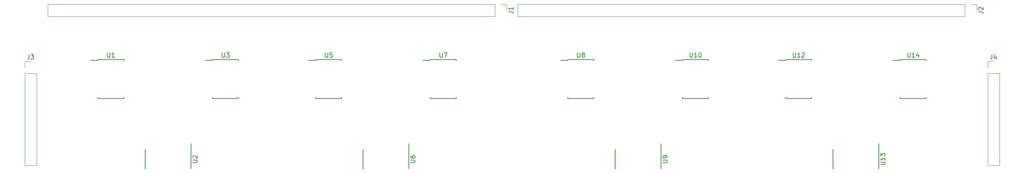
<source format=gto>
G04 #@! TF.FileFunction,Legend,Top*
%FSLAX46Y46*%
G04 Gerber Fmt 4.6, Leading zero omitted, Abs format (unit mm)*
G04 Created by KiCad (PCBNEW 4.0.7) date *
%MOMM*%
%LPD*%
G01*
G04 APERTURE LIST*
%ADD10C,0.100000*%
%ADD11C,0.120000*%
%ADD12C,0.150000*%
G04 APERTURE END LIST*
D10*
D11*
X44390000Y-87570000D02*
X44390000Y-90230000D01*
X143510000Y-87570000D02*
X44390000Y-87570000D01*
X143510000Y-90230000D02*
X44390000Y-90230000D01*
X143510000Y-87570000D02*
X143510000Y-90230000D01*
X144780000Y-87570000D02*
X146110000Y-87570000D01*
X146110000Y-87570000D02*
X146110000Y-88900000D01*
X148530000Y-87570000D02*
X148530000Y-90230000D01*
X247650000Y-87570000D02*
X148530000Y-87570000D01*
X247650000Y-90230000D02*
X148530000Y-90230000D01*
X247650000Y-87570000D02*
X247650000Y-90230000D01*
X248920000Y-87570000D02*
X250250000Y-87570000D01*
X250250000Y-87570000D02*
X250250000Y-88900000D01*
X39310000Y-123250000D02*
X41970000Y-123250000D01*
X39310000Y-102870000D02*
X39310000Y-123250000D01*
X41970000Y-102870000D02*
X41970000Y-123250000D01*
X39310000Y-102870000D02*
X41970000Y-102870000D01*
X39310000Y-101600000D02*
X39310000Y-100270000D01*
X39310000Y-100270000D02*
X40640000Y-100270000D01*
X252670000Y-123250000D02*
X255330000Y-123250000D01*
X252670000Y-102870000D02*
X252670000Y-123250000D01*
X255330000Y-102870000D02*
X255330000Y-123250000D01*
X252670000Y-102870000D02*
X255330000Y-102870000D01*
X252670000Y-101600000D02*
X252670000Y-100270000D01*
X252670000Y-100270000D02*
X254000000Y-100270000D01*
D12*
X55545000Y-99815000D02*
X55545000Y-100040000D01*
X61295000Y-99815000D02*
X61295000Y-100115000D01*
X61295000Y-108465000D02*
X61295000Y-108165000D01*
X55545000Y-108465000D02*
X55545000Y-108165000D01*
X55545000Y-99815000D02*
X61295000Y-99815000D01*
X55545000Y-108465000D02*
X61295000Y-108465000D01*
X55545000Y-100040000D02*
X53945000Y-100040000D01*
X76195000Y-119845000D02*
X76170000Y-119845000D01*
X76195000Y-123995000D02*
X76090000Y-123995000D01*
X66045000Y-123995000D02*
X66150000Y-123995000D01*
X66045000Y-119845000D02*
X66150000Y-119845000D01*
X76195000Y-119845000D02*
X76195000Y-123995000D01*
X66045000Y-119845000D02*
X66045000Y-123995000D01*
X76170000Y-119845000D02*
X76170000Y-118470000D01*
X80945000Y-99815000D02*
X80945000Y-100040000D01*
X86695000Y-99815000D02*
X86695000Y-100115000D01*
X86695000Y-108465000D02*
X86695000Y-108165000D01*
X80945000Y-108465000D02*
X80945000Y-108165000D01*
X80945000Y-99815000D02*
X86695000Y-99815000D01*
X80945000Y-108465000D02*
X86695000Y-108465000D01*
X80945000Y-100040000D02*
X79345000Y-100040000D01*
X103805000Y-99815000D02*
X103805000Y-100040000D01*
X109555000Y-99815000D02*
X109555000Y-100115000D01*
X109555000Y-108465000D02*
X109555000Y-108165000D01*
X103805000Y-108465000D02*
X103805000Y-108165000D01*
X103805000Y-99815000D02*
X109555000Y-99815000D01*
X103805000Y-108465000D02*
X109555000Y-108465000D01*
X103805000Y-100040000D02*
X102205000Y-100040000D01*
X124455000Y-119845000D02*
X124430000Y-119845000D01*
X124455000Y-123995000D02*
X124350000Y-123995000D01*
X114305000Y-123995000D02*
X114410000Y-123995000D01*
X114305000Y-119845000D02*
X114410000Y-119845000D01*
X124455000Y-119845000D02*
X124455000Y-123995000D01*
X114305000Y-119845000D02*
X114305000Y-123995000D01*
X124430000Y-119845000D02*
X124430000Y-118470000D01*
X129205000Y-99815000D02*
X129205000Y-100040000D01*
X134955000Y-99815000D02*
X134955000Y-100115000D01*
X134955000Y-108465000D02*
X134955000Y-108165000D01*
X129205000Y-108465000D02*
X129205000Y-108165000D01*
X129205000Y-99815000D02*
X134955000Y-99815000D01*
X129205000Y-108465000D02*
X134955000Y-108465000D01*
X129205000Y-100040000D02*
X127605000Y-100040000D01*
X159685000Y-99815000D02*
X159685000Y-100040000D01*
X165435000Y-99815000D02*
X165435000Y-100115000D01*
X165435000Y-108465000D02*
X165435000Y-108165000D01*
X159685000Y-108465000D02*
X159685000Y-108165000D01*
X159685000Y-99815000D02*
X165435000Y-99815000D01*
X159685000Y-108465000D02*
X165435000Y-108465000D01*
X159685000Y-100040000D02*
X158085000Y-100040000D01*
X180335000Y-119845000D02*
X180310000Y-119845000D01*
X180335000Y-123995000D02*
X180230000Y-123995000D01*
X170185000Y-123995000D02*
X170290000Y-123995000D01*
X170185000Y-119845000D02*
X170290000Y-119845000D01*
X180335000Y-119845000D02*
X180335000Y-123995000D01*
X170185000Y-119845000D02*
X170185000Y-123995000D01*
X180310000Y-119845000D02*
X180310000Y-118470000D01*
X185085000Y-99815000D02*
X185085000Y-100040000D01*
X190835000Y-99815000D02*
X190835000Y-100115000D01*
X190835000Y-108465000D02*
X190835000Y-108165000D01*
X185085000Y-108465000D02*
X185085000Y-108165000D01*
X185085000Y-99815000D02*
X190835000Y-99815000D01*
X185085000Y-108465000D02*
X190835000Y-108465000D01*
X185085000Y-100040000D02*
X183485000Y-100040000D01*
X207945000Y-99815000D02*
X207945000Y-100040000D01*
X213695000Y-99815000D02*
X213695000Y-100115000D01*
X213695000Y-108465000D02*
X213695000Y-108165000D01*
X207945000Y-108465000D02*
X207945000Y-108165000D01*
X207945000Y-99815000D02*
X213695000Y-99815000D01*
X207945000Y-108465000D02*
X213695000Y-108465000D01*
X207945000Y-100040000D02*
X206345000Y-100040000D01*
X228595000Y-119845000D02*
X228570000Y-119845000D01*
X228595000Y-123995000D02*
X228490000Y-123995000D01*
X218445000Y-123995000D02*
X218550000Y-123995000D01*
X218445000Y-119845000D02*
X218550000Y-119845000D01*
X228595000Y-119845000D02*
X228595000Y-123995000D01*
X218445000Y-119845000D02*
X218445000Y-123995000D01*
X228570000Y-119845000D02*
X228570000Y-118470000D01*
X233345000Y-99815000D02*
X233345000Y-100040000D01*
X239095000Y-99815000D02*
X239095000Y-100115000D01*
X239095000Y-108465000D02*
X239095000Y-108165000D01*
X233345000Y-108465000D02*
X233345000Y-108165000D01*
X233345000Y-99815000D02*
X239095000Y-99815000D01*
X233345000Y-108465000D02*
X239095000Y-108465000D01*
X233345000Y-100040000D02*
X231745000Y-100040000D01*
X146562381Y-89233333D02*
X147276667Y-89233333D01*
X147419524Y-89280953D01*
X147514762Y-89376191D01*
X147562381Y-89519048D01*
X147562381Y-89614286D01*
X147562381Y-88233333D02*
X147562381Y-88804762D01*
X147562381Y-88519048D02*
X146562381Y-88519048D01*
X146705238Y-88614286D01*
X146800476Y-88709524D01*
X146848095Y-88804762D01*
X250702381Y-89233333D02*
X251416667Y-89233333D01*
X251559524Y-89280953D01*
X251654762Y-89376191D01*
X251702381Y-89519048D01*
X251702381Y-89614286D01*
X250797619Y-88804762D02*
X250750000Y-88757143D01*
X250702381Y-88661905D01*
X250702381Y-88423809D01*
X250750000Y-88328571D01*
X250797619Y-88280952D01*
X250892857Y-88233333D01*
X250988095Y-88233333D01*
X251130952Y-88280952D01*
X251702381Y-88852381D01*
X251702381Y-88233333D01*
X40306667Y-98722381D02*
X40306667Y-99436667D01*
X40259047Y-99579524D01*
X40163809Y-99674762D01*
X40020952Y-99722381D01*
X39925714Y-99722381D01*
X40687619Y-98722381D02*
X41306667Y-98722381D01*
X40973333Y-99103333D01*
X41116191Y-99103333D01*
X41211429Y-99150952D01*
X41259048Y-99198571D01*
X41306667Y-99293810D01*
X41306667Y-99531905D01*
X41259048Y-99627143D01*
X41211429Y-99674762D01*
X41116191Y-99722381D01*
X40830476Y-99722381D01*
X40735238Y-99674762D01*
X40687619Y-99627143D01*
X253666667Y-98722381D02*
X253666667Y-99436667D01*
X253619047Y-99579524D01*
X253523809Y-99674762D01*
X253380952Y-99722381D01*
X253285714Y-99722381D01*
X254571429Y-99055714D02*
X254571429Y-99722381D01*
X254333333Y-98674762D02*
X254095238Y-99389048D01*
X254714286Y-99389048D01*
X57658095Y-98342381D02*
X57658095Y-99151905D01*
X57705714Y-99247143D01*
X57753333Y-99294762D01*
X57848571Y-99342381D01*
X58039048Y-99342381D01*
X58134286Y-99294762D01*
X58181905Y-99247143D01*
X58229524Y-99151905D01*
X58229524Y-98342381D01*
X59229524Y-99342381D02*
X58658095Y-99342381D01*
X58943809Y-99342381D02*
X58943809Y-98342381D01*
X58848571Y-98485238D01*
X58753333Y-98580476D01*
X58658095Y-98628095D01*
X76572381Y-122681905D02*
X77381905Y-122681905D01*
X77477143Y-122634286D01*
X77524762Y-122586667D01*
X77572381Y-122491429D01*
X77572381Y-122300952D01*
X77524762Y-122205714D01*
X77477143Y-122158095D01*
X77381905Y-122110476D01*
X76572381Y-122110476D01*
X76667619Y-121681905D02*
X76620000Y-121634286D01*
X76572381Y-121539048D01*
X76572381Y-121300952D01*
X76620000Y-121205714D01*
X76667619Y-121158095D01*
X76762857Y-121110476D01*
X76858095Y-121110476D01*
X77000952Y-121158095D01*
X77572381Y-121729524D01*
X77572381Y-121110476D01*
X83058095Y-98342381D02*
X83058095Y-99151905D01*
X83105714Y-99247143D01*
X83153333Y-99294762D01*
X83248571Y-99342381D01*
X83439048Y-99342381D01*
X83534286Y-99294762D01*
X83581905Y-99247143D01*
X83629524Y-99151905D01*
X83629524Y-98342381D01*
X84010476Y-98342381D02*
X84629524Y-98342381D01*
X84296190Y-98723333D01*
X84439048Y-98723333D01*
X84534286Y-98770952D01*
X84581905Y-98818571D01*
X84629524Y-98913810D01*
X84629524Y-99151905D01*
X84581905Y-99247143D01*
X84534286Y-99294762D01*
X84439048Y-99342381D01*
X84153333Y-99342381D01*
X84058095Y-99294762D01*
X84010476Y-99247143D01*
X105918095Y-98342381D02*
X105918095Y-99151905D01*
X105965714Y-99247143D01*
X106013333Y-99294762D01*
X106108571Y-99342381D01*
X106299048Y-99342381D01*
X106394286Y-99294762D01*
X106441905Y-99247143D01*
X106489524Y-99151905D01*
X106489524Y-98342381D01*
X107441905Y-98342381D02*
X106965714Y-98342381D01*
X106918095Y-98818571D01*
X106965714Y-98770952D01*
X107060952Y-98723333D01*
X107299048Y-98723333D01*
X107394286Y-98770952D01*
X107441905Y-98818571D01*
X107489524Y-98913810D01*
X107489524Y-99151905D01*
X107441905Y-99247143D01*
X107394286Y-99294762D01*
X107299048Y-99342381D01*
X107060952Y-99342381D01*
X106965714Y-99294762D01*
X106918095Y-99247143D01*
X124832381Y-122681905D02*
X125641905Y-122681905D01*
X125737143Y-122634286D01*
X125784762Y-122586667D01*
X125832381Y-122491429D01*
X125832381Y-122300952D01*
X125784762Y-122205714D01*
X125737143Y-122158095D01*
X125641905Y-122110476D01*
X124832381Y-122110476D01*
X124832381Y-121205714D02*
X124832381Y-121396191D01*
X124880000Y-121491429D01*
X124927619Y-121539048D01*
X125070476Y-121634286D01*
X125260952Y-121681905D01*
X125641905Y-121681905D01*
X125737143Y-121634286D01*
X125784762Y-121586667D01*
X125832381Y-121491429D01*
X125832381Y-121300952D01*
X125784762Y-121205714D01*
X125737143Y-121158095D01*
X125641905Y-121110476D01*
X125403810Y-121110476D01*
X125308571Y-121158095D01*
X125260952Y-121205714D01*
X125213333Y-121300952D01*
X125213333Y-121491429D01*
X125260952Y-121586667D01*
X125308571Y-121634286D01*
X125403810Y-121681905D01*
X131318095Y-98342381D02*
X131318095Y-99151905D01*
X131365714Y-99247143D01*
X131413333Y-99294762D01*
X131508571Y-99342381D01*
X131699048Y-99342381D01*
X131794286Y-99294762D01*
X131841905Y-99247143D01*
X131889524Y-99151905D01*
X131889524Y-98342381D01*
X132270476Y-98342381D02*
X132937143Y-98342381D01*
X132508571Y-99342381D01*
X161798095Y-98342381D02*
X161798095Y-99151905D01*
X161845714Y-99247143D01*
X161893333Y-99294762D01*
X161988571Y-99342381D01*
X162179048Y-99342381D01*
X162274286Y-99294762D01*
X162321905Y-99247143D01*
X162369524Y-99151905D01*
X162369524Y-98342381D01*
X162988571Y-98770952D02*
X162893333Y-98723333D01*
X162845714Y-98675714D01*
X162798095Y-98580476D01*
X162798095Y-98532857D01*
X162845714Y-98437619D01*
X162893333Y-98390000D01*
X162988571Y-98342381D01*
X163179048Y-98342381D01*
X163274286Y-98390000D01*
X163321905Y-98437619D01*
X163369524Y-98532857D01*
X163369524Y-98580476D01*
X163321905Y-98675714D01*
X163274286Y-98723333D01*
X163179048Y-98770952D01*
X162988571Y-98770952D01*
X162893333Y-98818571D01*
X162845714Y-98866190D01*
X162798095Y-98961429D01*
X162798095Y-99151905D01*
X162845714Y-99247143D01*
X162893333Y-99294762D01*
X162988571Y-99342381D01*
X163179048Y-99342381D01*
X163274286Y-99294762D01*
X163321905Y-99247143D01*
X163369524Y-99151905D01*
X163369524Y-98961429D01*
X163321905Y-98866190D01*
X163274286Y-98818571D01*
X163179048Y-98770952D01*
X180712381Y-122681905D02*
X181521905Y-122681905D01*
X181617143Y-122634286D01*
X181664762Y-122586667D01*
X181712381Y-122491429D01*
X181712381Y-122300952D01*
X181664762Y-122205714D01*
X181617143Y-122158095D01*
X181521905Y-122110476D01*
X180712381Y-122110476D01*
X181712381Y-121586667D02*
X181712381Y-121396191D01*
X181664762Y-121300952D01*
X181617143Y-121253333D01*
X181474286Y-121158095D01*
X181283810Y-121110476D01*
X180902857Y-121110476D01*
X180807619Y-121158095D01*
X180760000Y-121205714D01*
X180712381Y-121300952D01*
X180712381Y-121491429D01*
X180760000Y-121586667D01*
X180807619Y-121634286D01*
X180902857Y-121681905D01*
X181140952Y-121681905D01*
X181236190Y-121634286D01*
X181283810Y-121586667D01*
X181331429Y-121491429D01*
X181331429Y-121300952D01*
X181283810Y-121205714D01*
X181236190Y-121158095D01*
X181140952Y-121110476D01*
X186721905Y-98342381D02*
X186721905Y-99151905D01*
X186769524Y-99247143D01*
X186817143Y-99294762D01*
X186912381Y-99342381D01*
X187102858Y-99342381D01*
X187198096Y-99294762D01*
X187245715Y-99247143D01*
X187293334Y-99151905D01*
X187293334Y-98342381D01*
X188293334Y-99342381D02*
X187721905Y-99342381D01*
X188007619Y-99342381D02*
X188007619Y-98342381D01*
X187912381Y-98485238D01*
X187817143Y-98580476D01*
X187721905Y-98628095D01*
X188912381Y-98342381D02*
X189007620Y-98342381D01*
X189102858Y-98390000D01*
X189150477Y-98437619D01*
X189198096Y-98532857D01*
X189245715Y-98723333D01*
X189245715Y-98961429D01*
X189198096Y-99151905D01*
X189150477Y-99247143D01*
X189102858Y-99294762D01*
X189007620Y-99342381D01*
X188912381Y-99342381D01*
X188817143Y-99294762D01*
X188769524Y-99247143D01*
X188721905Y-99151905D01*
X188674286Y-98961429D01*
X188674286Y-98723333D01*
X188721905Y-98532857D01*
X188769524Y-98437619D01*
X188817143Y-98390000D01*
X188912381Y-98342381D01*
X209581905Y-98342381D02*
X209581905Y-99151905D01*
X209629524Y-99247143D01*
X209677143Y-99294762D01*
X209772381Y-99342381D01*
X209962858Y-99342381D01*
X210058096Y-99294762D01*
X210105715Y-99247143D01*
X210153334Y-99151905D01*
X210153334Y-98342381D01*
X211153334Y-99342381D02*
X210581905Y-99342381D01*
X210867619Y-99342381D02*
X210867619Y-98342381D01*
X210772381Y-98485238D01*
X210677143Y-98580476D01*
X210581905Y-98628095D01*
X211534286Y-98437619D02*
X211581905Y-98390000D01*
X211677143Y-98342381D01*
X211915239Y-98342381D01*
X212010477Y-98390000D01*
X212058096Y-98437619D01*
X212105715Y-98532857D01*
X212105715Y-98628095D01*
X212058096Y-98770952D01*
X211486667Y-99342381D01*
X212105715Y-99342381D01*
X228972381Y-123158095D02*
X229781905Y-123158095D01*
X229877143Y-123110476D01*
X229924762Y-123062857D01*
X229972381Y-122967619D01*
X229972381Y-122777142D01*
X229924762Y-122681904D01*
X229877143Y-122634285D01*
X229781905Y-122586666D01*
X228972381Y-122586666D01*
X229972381Y-121586666D02*
X229972381Y-122158095D01*
X229972381Y-121872381D02*
X228972381Y-121872381D01*
X229115238Y-121967619D01*
X229210476Y-122062857D01*
X229258095Y-122158095D01*
X228972381Y-121253333D02*
X228972381Y-120634285D01*
X229353333Y-120967619D01*
X229353333Y-120824761D01*
X229400952Y-120729523D01*
X229448571Y-120681904D01*
X229543810Y-120634285D01*
X229781905Y-120634285D01*
X229877143Y-120681904D01*
X229924762Y-120729523D01*
X229972381Y-120824761D01*
X229972381Y-121110476D01*
X229924762Y-121205714D01*
X229877143Y-121253333D01*
X234981905Y-98342381D02*
X234981905Y-99151905D01*
X235029524Y-99247143D01*
X235077143Y-99294762D01*
X235172381Y-99342381D01*
X235362858Y-99342381D01*
X235458096Y-99294762D01*
X235505715Y-99247143D01*
X235553334Y-99151905D01*
X235553334Y-98342381D01*
X236553334Y-99342381D02*
X235981905Y-99342381D01*
X236267619Y-99342381D02*
X236267619Y-98342381D01*
X236172381Y-98485238D01*
X236077143Y-98580476D01*
X235981905Y-98628095D01*
X237410477Y-98675714D02*
X237410477Y-99342381D01*
X237172381Y-98294762D02*
X236934286Y-99009048D01*
X237553334Y-99009048D01*
M02*

</source>
